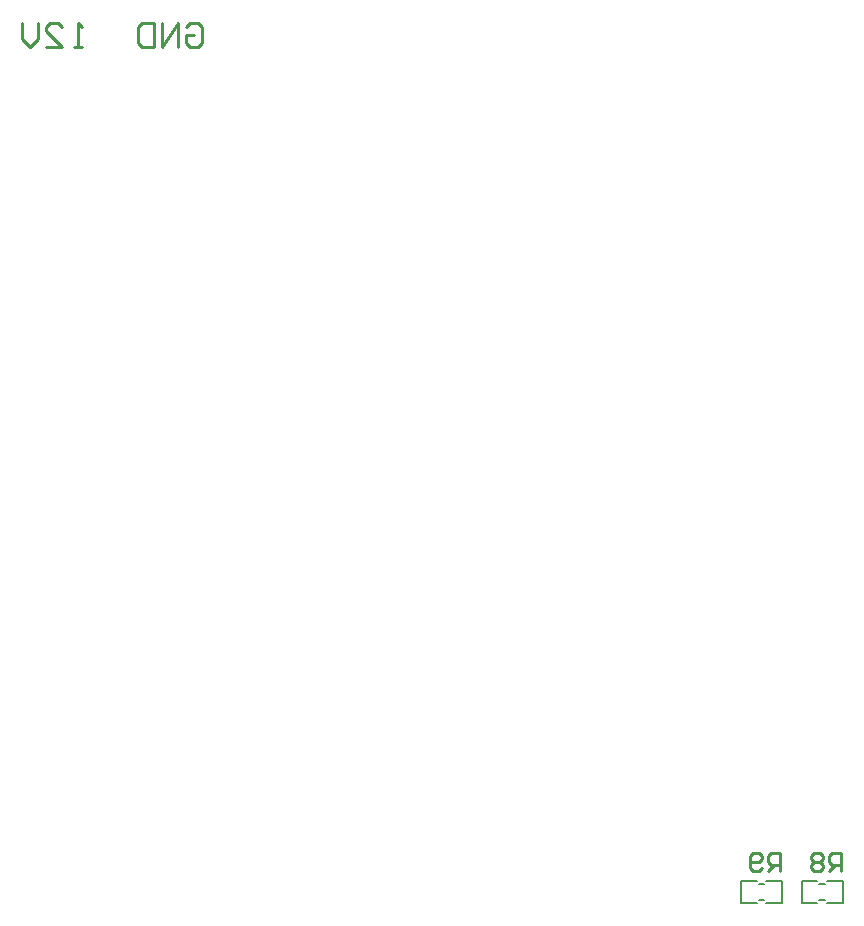
<source format=gbo>
G04*
G04 #@! TF.GenerationSoftware,Altium Limited,Altium Designer,21.3.2 (30)*
G04*
G04 Layer_Color=32896*
%FSTAX44Y44*%
%MOMM*%
G71*
G04*
G04 #@! TF.SameCoordinates,F8E9BDDD-FC12-4FEB-8D7F-7DE70A56B409*
G04*
G04*
G04 #@! TF.FilePolarity,Positive*
G04*
G01*
G75*
%ADD10C,0.2540*%
%ADD11C,0.2000*%
%ADD12C,0.1778*%
D10*
X00824992Y00284006D02*
Y00299241D01*
X00817374D01*
X00814835Y00296702D01*
Y00291624D01*
X00817374Y00289084D01*
X00824992D01*
X00819914D02*
X00814835Y00284006D01*
X00809757Y00286545D02*
X00807218Y00284006D01*
X00802139D01*
X007996Y00286545D01*
Y00296702D01*
X00802139Y00299241D01*
X00807218D01*
X00809757Y00296702D01*
Y00294163D01*
X00807218Y00291624D01*
X007996D01*
X008763Y00284006D02*
Y00299241D01*
X00868682D01*
X00866143Y00296702D01*
Y00291624D01*
X00868682Y00289084D01*
X008763D01*
X00871222D02*
X00866143Y00284006D01*
X00861065Y00296702D02*
X00858526Y00299241D01*
X00853447D01*
X00850908Y00296702D01*
Y00294163D01*
X00853447Y00291624D01*
X00850908Y00289084D01*
Y00286545D01*
X00853447Y00284006D01*
X00858526D01*
X00861065Y00286545D01*
Y00289084D01*
X00858526Y00291624D01*
X00861065Y00294163D01*
Y00296702D01*
X00858526Y00291624D02*
X00853447D01*
X00321713Y00998641D02*
X00325099Y01002027D01*
X0033187D01*
X00335255Y00998641D01*
Y00985099D01*
X0033187Y00981713D01*
X00325099D01*
X00321713Y00985099D01*
Y0099187D01*
X00328484D01*
X00314942Y00981713D02*
Y01002027D01*
X003014Y00981713D01*
Y01002027D01*
X00294629D02*
Y00981713D01*
X00284472D01*
X00281086Y00985099D01*
Y00998641D01*
X00284472Y01002027D01*
X00294629D01*
X00233688Y00981713D02*
X00226917D01*
X00230303D01*
Y01002027D01*
X00233688Y00998641D01*
X00203218Y00981713D02*
X0021676D01*
X00203218Y00995256D01*
Y00998641D01*
X00206604Y01002027D01*
X00213375D01*
X0021676Y00998641D01*
X00196447Y01002027D02*
Y00988484D01*
X00189676Y00981713D01*
X00182905Y00988484D01*
Y01002027D01*
D11*
X0079149Y00257436D02*
Y0027547D01*
X00805322D01*
X0079149Y00257436D02*
X00805322D01*
X00813072D02*
X0082649D01*
Y0027547D01*
X00813072D02*
X0082649D01*
X00877856Y00257436D02*
Y0027547D01*
X00864024Y00257436D02*
X00877856D01*
X00864024Y0027547D02*
X00877856D01*
X00842856D02*
X00856274D01*
X00842856Y00257436D02*
Y0027547D01*
Y00257436D02*
X00856274D01*
D12*
X00806746Y00259568D02*
X00811318D01*
X00806746Y00273284D02*
X00811318D01*
X00858028Y00273338D02*
X008626D01*
X00858028Y00259622D02*
X008626D01*
M02*

</source>
